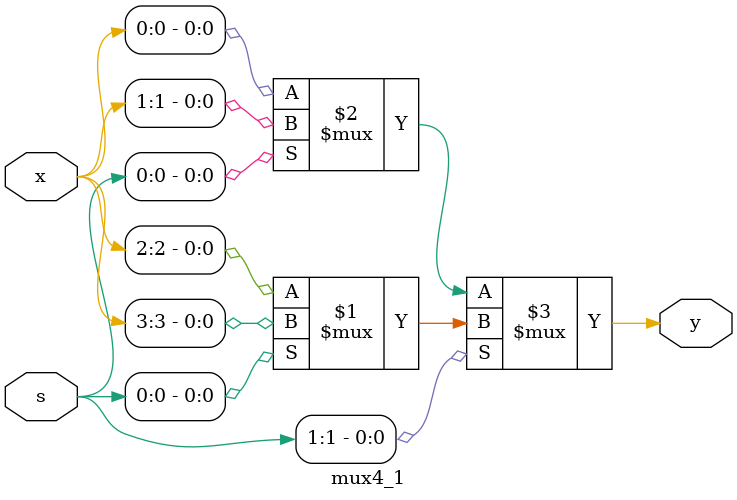
<source format=v>
`timescale 1ns / 1ps

module mux4_1(
    input [3:0]x,
    input [1:0]s,
    output y
    );
    
assign y = s[1]?(s[0]?x[3]:x[2]):(s[0]?x[1]:x[0]);
    
endmodule

</source>
